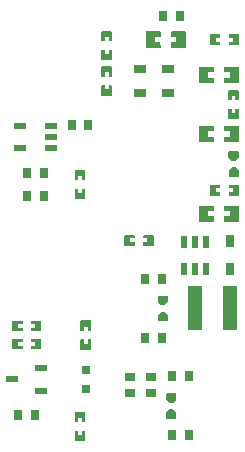
<source format=gtp>
G04 Layer: TopPasteMaskLayer*
G04 EasyEDA v6.5.42, 2024-03-01 12:08:59*
G04 82fce6b7a4c1403188722681d6bd6211,9a5be75d700b4a6385dc1106f27949ae,10*
G04 Gerber Generator version 0.2*
G04 Scale: 100 percent, Rotated: No, Reflected: No *
G04 Dimensions in millimeters *
G04 leading zeros omitted , absolute positions ,4 integer and 5 decimal *
%FSLAX45Y45*%
%MOMM*%

%ADD10R,0.8000X0.8000*%
%ADD11R,0.8000X0.9000*%
%ADD12R,0.9000X0.8000*%
%ADD13R,1.0000X0.7500*%
%ADD14R,0.7500X1.0000*%
%ADD15R,1.2000X3.7000*%
%ADD16R,1.0000X0.6000*%
%ADD17R,1.0700X0.6000*%
%ADD18R,0.5320X1.0720*%
%ADD19R,0.0126X1.0720*%

%LPD*%
G36*
X1862480Y-6653987D02*
G01*
X1857502Y-6658965D01*
X1857502Y-6786981D01*
X1862480Y-6791959D01*
X1977491Y-6791959D01*
X1982520Y-6786981D01*
X1982012Y-6744970D01*
X1938020Y-6744970D01*
X1938020Y-6700012D01*
X1982978Y-6700012D01*
X1982520Y-6658965D01*
X1977491Y-6653987D01*
G37*
G36*
X2077516Y-6653987D02*
G01*
X2072487Y-6658965D01*
X2072995Y-6700012D01*
X2116988Y-6700012D01*
X2116988Y-6744970D01*
X2072487Y-6744970D01*
X2072487Y-6786981D01*
X2077516Y-6791959D01*
X2192477Y-6791959D01*
X2197506Y-6786981D01*
X2197506Y-6658965D01*
X2192477Y-6653987D01*
G37*
G36*
X1862480Y-7328966D02*
G01*
X1857502Y-7333996D01*
X1857502Y-7461961D01*
X1862480Y-7466990D01*
X1977491Y-7466990D01*
X1982520Y-7461961D01*
X1982012Y-7420000D01*
X1938020Y-7420000D01*
X1938020Y-7374991D01*
X1982978Y-7374991D01*
X1982520Y-7333996D01*
X1977491Y-7328966D01*
G37*
G36*
X2077516Y-7328966D02*
G01*
X2072487Y-7333996D01*
X2072995Y-7374991D01*
X2116988Y-7374991D01*
X2116988Y-7420000D01*
X2072487Y-7420000D01*
X2072487Y-7461961D01*
X2077516Y-7466990D01*
X2192477Y-7466990D01*
X2197506Y-7461961D01*
X2197506Y-7333996D01*
X2192477Y-7328966D01*
G37*
G36*
X1412494Y-5853988D02*
G01*
X1407515Y-5858967D01*
X1407515Y-5986983D01*
X1412494Y-5992012D01*
X1527505Y-5992012D01*
X1532483Y-5986983D01*
X1531975Y-5944971D01*
X1487982Y-5944971D01*
X1487982Y-5900013D01*
X1532991Y-5900013D01*
X1532483Y-5858967D01*
X1527505Y-5853988D01*
G37*
G36*
X1627479Y-5853988D02*
G01*
X1622501Y-5858967D01*
X1623009Y-5900013D01*
X1667002Y-5900013D01*
X1667002Y-5944971D01*
X1622501Y-5944971D01*
X1622501Y-5986983D01*
X1627479Y-5992012D01*
X1742490Y-5992012D01*
X1747520Y-5986983D01*
X1747520Y-5858967D01*
X1742490Y-5853988D01*
G37*
G36*
X1862480Y-6153962D02*
G01*
X1857502Y-6158992D01*
X1857502Y-6287008D01*
X1862480Y-6291986D01*
X1977491Y-6291986D01*
X1982520Y-6287008D01*
X1982012Y-6244996D01*
X1938020Y-6244996D01*
X1938020Y-6199987D01*
X1982978Y-6199987D01*
X1982520Y-6158992D01*
X1977491Y-6153962D01*
G37*
G36*
X2077516Y-6153962D02*
G01*
X2072487Y-6158992D01*
X2072995Y-6199987D01*
X2116988Y-6199987D01*
X2116988Y-6244996D01*
X2072487Y-6244996D01*
X2072487Y-6287008D01*
X2077516Y-6291986D01*
X2192477Y-6291986D01*
X2197506Y-6287008D01*
X2197506Y-6158992D01*
X2192477Y-6153962D01*
G37*
G36*
X1513687Y-8090662D02*
G01*
X1507286Y-8097062D01*
X1507286Y-8147405D01*
X1536649Y-8174837D01*
X1564284Y-8174837D01*
X1593646Y-8147405D01*
X1593646Y-8097062D01*
X1587246Y-8090662D01*
G37*
G36*
X1537766Y-8226399D02*
G01*
X1508404Y-8253780D01*
X1508404Y-8304123D01*
X1514805Y-8310524D01*
X1588414Y-8310524D01*
X1594815Y-8304123D01*
X1594815Y-8253780D01*
X1565402Y-8226399D01*
G37*
G36*
X1610715Y-9050121D02*
G01*
X1581302Y-9077553D01*
X1581302Y-9127896D01*
X1587703Y-9134297D01*
X1661312Y-9134297D01*
X1667713Y-9127896D01*
X1667713Y-9077553D01*
X1638350Y-9050121D01*
G37*
G36*
X1586585Y-8914434D02*
G01*
X1580184Y-8920835D01*
X1580184Y-8971178D01*
X1609598Y-8998559D01*
X1637233Y-8998559D01*
X1666595Y-8971178D01*
X1666595Y-8920835D01*
X1660194Y-8914434D01*
G37*
G36*
X2113686Y-6865670D02*
G01*
X2107285Y-6872071D01*
X2107285Y-6922414D01*
X2136648Y-6949846D01*
X2164283Y-6949846D01*
X2193645Y-6922414D01*
X2193645Y-6872071D01*
X2187295Y-6865670D01*
G37*
G36*
X2137765Y-7001408D02*
G01*
X2108403Y-7028789D01*
X2108403Y-7079132D01*
X2114804Y-7085533D01*
X2188413Y-7085533D01*
X2194814Y-7079132D01*
X2194814Y-7028789D01*
X2165400Y-7001408D01*
G37*
G36*
X2114499Y-7154976D02*
G01*
X2109520Y-7160006D01*
X2109520Y-7182764D01*
X2146503Y-7182764D01*
X2146503Y-7215784D01*
X2109520Y-7215784D01*
X2109520Y-7239965D01*
X2114499Y-7244994D01*
X2194509Y-7244994D01*
X2199487Y-7239965D01*
X2199487Y-7160006D01*
X2194509Y-7154976D01*
G37*
G36*
X1955495Y-7154976D02*
G01*
X1950516Y-7160006D01*
X1950516Y-7239965D01*
X1955495Y-7244994D01*
X2034489Y-7244994D01*
X2039518Y-7239965D01*
X2039518Y-7215784D01*
X2001520Y-7215784D01*
X2001520Y-7182764D01*
X2039518Y-7182764D01*
X2039518Y-7160006D01*
X2034489Y-7154976D01*
G37*
G36*
X1034999Y-6009487D02*
G01*
X1030020Y-6014516D01*
X1030020Y-6094476D01*
X1034999Y-6099505D01*
X1115009Y-6099505D01*
X1119987Y-6094476D01*
X1119987Y-6014516D01*
X1115009Y-6009487D01*
X1092200Y-6009487D01*
X1092200Y-6046470D01*
X1059180Y-6046470D01*
X1059180Y-6009487D01*
G37*
G36*
X1034999Y-5850483D02*
G01*
X1030020Y-5855512D01*
X1030020Y-5934506D01*
X1034999Y-5939485D01*
X1059180Y-5939485D01*
X1059180Y-5901486D01*
X1092200Y-5901486D01*
X1092200Y-5939485D01*
X1115009Y-5939485D01*
X1119987Y-5934506D01*
X1119987Y-5855512D01*
X1115009Y-5850483D01*
G37*
G36*
X810006Y-9234474D02*
G01*
X804976Y-9239504D01*
X804976Y-9319463D01*
X810006Y-9324492D01*
X890016Y-9324492D01*
X894994Y-9319463D01*
X894994Y-9239504D01*
X890016Y-9234474D01*
X867206Y-9234474D01*
X867206Y-9271457D01*
X834186Y-9271457D01*
X834186Y-9234474D01*
G37*
G36*
X810006Y-9075470D02*
G01*
X804976Y-9080500D01*
X804976Y-9159494D01*
X810006Y-9164472D01*
X834186Y-9164472D01*
X834186Y-9126474D01*
X867206Y-9126474D01*
X867206Y-9164472D01*
X890016Y-9164472D01*
X894994Y-9159494D01*
X894994Y-9080500D01*
X890016Y-9075470D01*
G37*
G36*
X439521Y-8304987D02*
G01*
X434492Y-8309965D01*
X434492Y-8332774D01*
X471525Y-8332774D01*
X471525Y-8365794D01*
X434492Y-8365794D01*
X434492Y-8389975D01*
X439521Y-8395004D01*
X519480Y-8395004D01*
X524510Y-8389975D01*
X524510Y-8309965D01*
X519480Y-8304987D01*
G37*
G36*
X280517Y-8304987D02*
G01*
X275488Y-8309965D01*
X275488Y-8389975D01*
X280517Y-8395004D01*
X359511Y-8395004D01*
X364490Y-8389975D01*
X364490Y-8365794D01*
X326491Y-8365794D01*
X326491Y-8332774D01*
X364490Y-8332774D01*
X364490Y-8309965D01*
X359511Y-8304987D01*
G37*
G36*
X2114499Y-5879998D02*
G01*
X2109520Y-5884976D01*
X2109520Y-5907786D01*
X2146503Y-5907786D01*
X2146503Y-5940806D01*
X2109520Y-5940806D01*
X2109520Y-5964986D01*
X2114499Y-5970016D01*
X2194509Y-5970016D01*
X2199487Y-5964986D01*
X2199487Y-5884976D01*
X2194509Y-5879998D01*
G37*
G36*
X1955495Y-5879998D02*
G01*
X1950516Y-5884976D01*
X1950516Y-5964986D01*
X1955495Y-5970016D01*
X2034489Y-5970016D01*
X2039518Y-5964986D01*
X2039518Y-5940806D01*
X2001520Y-5940806D01*
X2001520Y-5907786D01*
X2039518Y-5907786D01*
X2039518Y-5884976D01*
X2034489Y-5879998D01*
G37*
G36*
X2109978Y-6509512D02*
G01*
X2104999Y-6514490D01*
X2104999Y-6594500D01*
X2109978Y-6599478D01*
X2189988Y-6599478D01*
X2195017Y-6594500D01*
X2195017Y-6514490D01*
X2189988Y-6509512D01*
X2167178Y-6509512D01*
X2167178Y-6546494D01*
X2134209Y-6546494D01*
X2134209Y-6509512D01*
G37*
G36*
X2109978Y-6350508D02*
G01*
X2104999Y-6355486D01*
X2104999Y-6434480D01*
X2109978Y-6439509D01*
X2134209Y-6439509D01*
X2134209Y-6401511D01*
X2167178Y-6401511D01*
X2167178Y-6439509D01*
X2189988Y-6439509D01*
X2195017Y-6434480D01*
X2195017Y-6355486D01*
X2189988Y-6350508D01*
G37*
G36*
X280517Y-8454999D02*
G01*
X275488Y-8459978D01*
X275488Y-8539988D01*
X280517Y-8544966D01*
X360476Y-8544966D01*
X365506Y-8539988D01*
X365506Y-8517178D01*
X328472Y-8517178D01*
X328472Y-8484209D01*
X365506Y-8484209D01*
X365506Y-8459978D01*
X360476Y-8454999D01*
G37*
G36*
X440486Y-8454999D02*
G01*
X435508Y-8459978D01*
X435508Y-8484209D01*
X473506Y-8484209D01*
X473506Y-8517178D01*
X435508Y-8517178D01*
X435508Y-8539988D01*
X440486Y-8544966D01*
X519480Y-8544966D01*
X524510Y-8539988D01*
X524510Y-8459978D01*
X519480Y-8454999D01*
G37*
G36*
X1034999Y-6309512D02*
G01*
X1030020Y-6314490D01*
X1030020Y-6394500D01*
X1034999Y-6399479D01*
X1115009Y-6399479D01*
X1119987Y-6394500D01*
X1119987Y-6314490D01*
X1115009Y-6309512D01*
X1092200Y-6309512D01*
X1092200Y-6346494D01*
X1059180Y-6346494D01*
X1059180Y-6309512D01*
G37*
G36*
X1034999Y-6150508D02*
G01*
X1030020Y-6155486D01*
X1030020Y-6234480D01*
X1034999Y-6239510D01*
X1059180Y-6239510D01*
X1059180Y-6201511D01*
X1092200Y-6201511D01*
X1092200Y-6239510D01*
X1115009Y-6239510D01*
X1119987Y-6234480D01*
X1119987Y-6155486D01*
X1115009Y-6150508D01*
G37*
G36*
X1389481Y-7579969D02*
G01*
X1384503Y-7584998D01*
X1384503Y-7607808D01*
X1421485Y-7607808D01*
X1421485Y-7640777D01*
X1384503Y-7640777D01*
X1384503Y-7665008D01*
X1389481Y-7669987D01*
X1469491Y-7669987D01*
X1474520Y-7665008D01*
X1474520Y-7584998D01*
X1469491Y-7579969D01*
G37*
G36*
X1230477Y-7579969D02*
G01*
X1225499Y-7584998D01*
X1225499Y-7665008D01*
X1230477Y-7669987D01*
X1309522Y-7669987D01*
X1314500Y-7665008D01*
X1314500Y-7640777D01*
X1276502Y-7640777D01*
X1276502Y-7607808D01*
X1314500Y-7607808D01*
X1314500Y-7584998D01*
X1309522Y-7579969D01*
G37*
G36*
X859993Y-8300466D02*
G01*
X855014Y-8305495D01*
X855014Y-8385505D01*
X859993Y-8390483D01*
X882802Y-8390483D01*
X882802Y-8353501D01*
X915771Y-8353501D01*
X915771Y-8390483D01*
X940003Y-8390483D01*
X944981Y-8385505D01*
X944981Y-8305495D01*
X940003Y-8300466D01*
G37*
G36*
X859993Y-8460486D02*
G01*
X855014Y-8465464D01*
X855014Y-8544458D01*
X859993Y-8549487D01*
X940003Y-8549487D01*
X944981Y-8544458D01*
X944981Y-8465464D01*
X940003Y-8460486D01*
X915771Y-8460486D01*
X915771Y-8498484D01*
X882802Y-8498484D01*
X882802Y-8460486D01*
G37*
G36*
X810006Y-7025487D02*
G01*
X804976Y-7030466D01*
X804976Y-7110475D01*
X810006Y-7115505D01*
X832815Y-7115505D01*
X832815Y-7078472D01*
X865784Y-7078472D01*
X865784Y-7115505D01*
X890016Y-7115505D01*
X894994Y-7110475D01*
X894994Y-7030466D01*
X890016Y-7025487D01*
G37*
G36*
X810006Y-7185507D02*
G01*
X804976Y-7190486D01*
X804976Y-7269480D01*
X810006Y-7274458D01*
X890016Y-7274458D01*
X894994Y-7269480D01*
X894994Y-7190486D01*
X890016Y-7185507D01*
X865784Y-7185507D01*
X865784Y-7223506D01*
X832815Y-7223506D01*
X832815Y-7185507D01*
G37*
D10*
G01*
X899642Y-8720048D03*
G01*
X900353Y-8879941D03*
D11*
G01*
X1545005Y-7949996D03*
G01*
X1405001Y-7949996D03*
D12*
G01*
X1450009Y-8779992D03*
G01*
X1450009Y-8919971D03*
D11*
G01*
X1629994Y-8774988D03*
G01*
X1769998Y-8774988D03*
G01*
X1545005Y-8449970D03*
G01*
X1405001Y-8449970D03*
G01*
X1694992Y-5724982D03*
G01*
X1554987Y-5724982D03*
G01*
X545007Y-7049998D03*
G01*
X405003Y-7049998D03*
D12*
G01*
X1275003Y-8779992D03*
G01*
X1275003Y-8919971D03*
D11*
G01*
X545007Y-7249998D03*
G01*
X405003Y-7249998D03*
G01*
X1629994Y-9274987D03*
G01*
X1769998Y-9274987D03*
G01*
X470001Y-9099981D03*
G01*
X329996Y-9099981D03*
G01*
X920013Y-6649973D03*
G01*
X780008Y-6649973D03*
D13*
G01*
X1592249Y-6174994D03*
G01*
X1357756Y-6174994D03*
G01*
X1357731Y-6374993D03*
G01*
X1592249Y-6374993D03*
D14*
G01*
X2124989Y-7867243D03*
G01*
X2124989Y-7632725D03*
D15*
G01*
X2124862Y-8199983D03*
G01*
X1825142Y-8199983D03*
D16*
G01*
X344982Y-6844995D03*
G01*
X344982Y-6654977D03*
G01*
X605002Y-6654977D03*
G01*
X605002Y-6749999D03*
G01*
X605002Y-6844995D03*
D17*
G01*
X523494Y-8894978D03*
G01*
X523494Y-8704986D03*
G01*
X276504Y-8799982D03*
D18*
G01*
X1919986Y-7635087D03*
G01*
X1824989Y-7635087D03*
G01*
X1729994Y-7635087D03*
G01*
X1729994Y-7864881D03*
G01*
X1824989Y-7864881D03*
G01*
X1919986Y-7864881D03*
M02*

</source>
